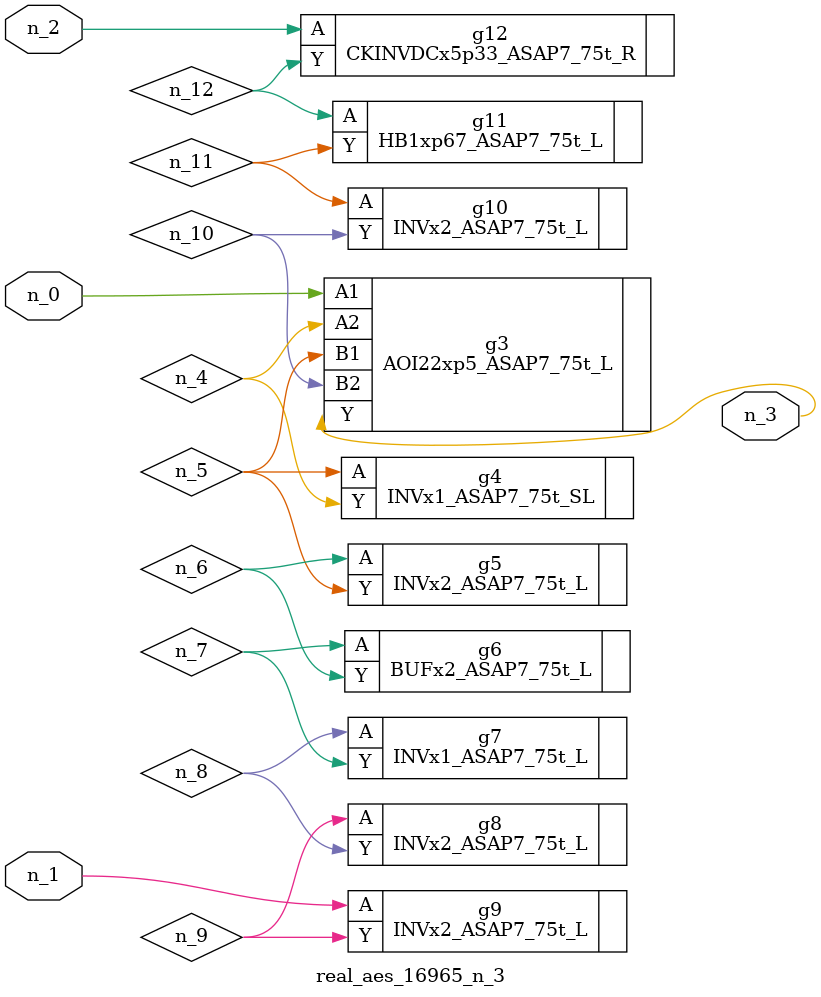
<source format=v>
module real_aes_16965_n_3 (n_0, n_2, n_1, n_3);
input n_0;
input n_2;
input n_1;
output n_3;
wire n_4;
wire n_5;
wire n_7;
wire n_8;
wire n_6;
wire n_9;
wire n_12;
wire n_10;
wire n_11;
AOI22xp5_ASAP7_75t_L g3 ( .A1(n_0), .A2(n_4), .B1(n_5), .B2(n_10), .Y(n_3) );
INVx2_ASAP7_75t_L g9 ( .A(n_1), .Y(n_9) );
CKINVDCx5p33_ASAP7_75t_R g12 ( .A(n_2), .Y(n_12) );
INVx1_ASAP7_75t_SL g4 ( .A(n_5), .Y(n_4) );
INVx2_ASAP7_75t_L g5 ( .A(n_6), .Y(n_5) );
BUFx2_ASAP7_75t_L g6 ( .A(n_7), .Y(n_6) );
INVx1_ASAP7_75t_L g7 ( .A(n_8), .Y(n_7) );
INVx2_ASAP7_75t_L g8 ( .A(n_9), .Y(n_8) );
INVx2_ASAP7_75t_L g10 ( .A(n_11), .Y(n_10) );
HB1xp67_ASAP7_75t_L g11 ( .A(n_12), .Y(n_11) );
endmodule
</source>
